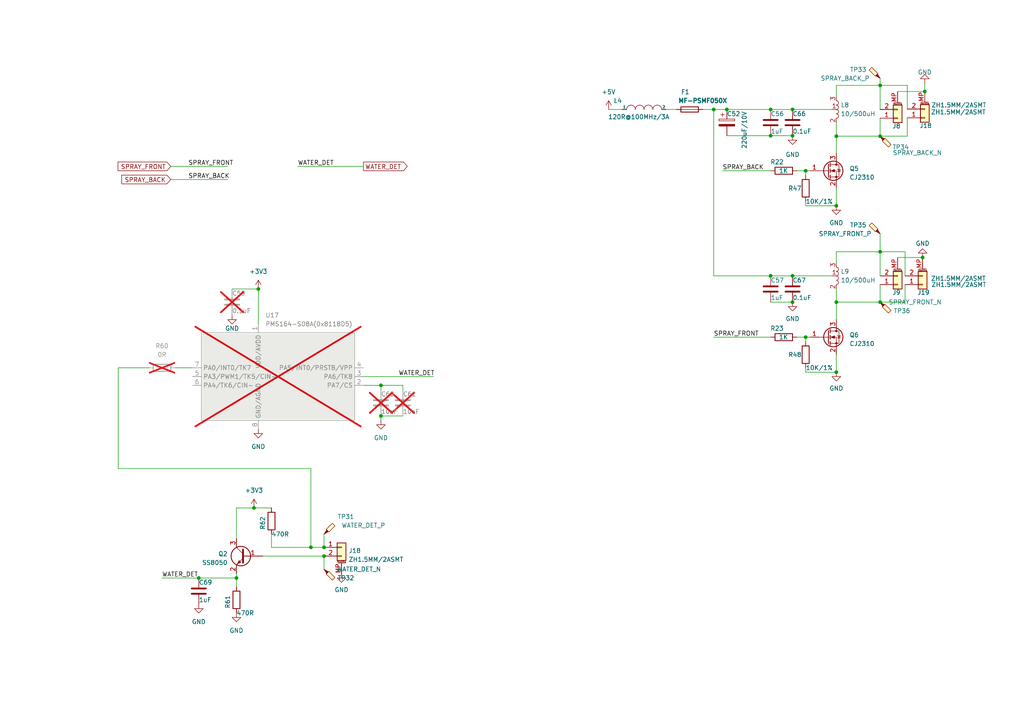
<source format=kicad_sch>
(kicad_sch (version 20230121) (generator eeschema)
  (paper "A4")
  (lib_symbols
    (symbol "Connector:TestPoint_Probe" (pin_numbers hide) (pin_names (offset 0.762) hide)
      (property "Reference" "TP" (at 1.651 5.842 0))
      (property "Value" "TestPoint_Probe" (at 1.651 4.064 0))
      (symbol "TestPoint_Probe_0_1"
        (polyline (pts (xy 1.27 0.762) (xy 0 0) (xy 0.762 1.27) (xy 1.27 0.762)) (fill (type outline)))
        (polyline (pts (xy 1.397 0.635) (xy 0.635 1.397) (xy 2.413 3.175) (xy 3.175 2.413) (xy 1.397 0.635)) (fill (type background)))
      )
      (symbol "TestPoint_Probe_1_1"
        (pin passive line (at 0 0 90) (length 0) (name "1") (number "1"))
      )
    )
    (symbol "Connector_Generic_MountingPin:Conn_01x02_MountingPin" (pin_names (offset 1.016) hide)
      (property "Reference" "J" (at 0 2.54 0))
      (property "Value" "Conn_01x02_MountingPin" (at 1.27 -5.08 0))
      (symbol "Conn_01x02_MountingPin_1_1"
        (rectangle (start -1.27 -2.413) (end 0 -2.667) (stroke (width 0.1524)))
        (rectangle (start -1.27 0.127) (end 0 -0.127) (stroke (width 0.1524)))
        (rectangle (start -1.27 1.27) (end 1.27 -3.81) (stroke (width 0.254)) (fill (type background)))
        (polyline (pts (xy -1.016 -4.572) (xy 1.016 -4.572)) (stroke (width 0.1524)))
        (text "Mounting" (at 0 -4.191 0) (effects (font (size 0.381 0.381))))
        (pin passive line (at -5.08 0 0) (length 3.81) (name "Pin_1") (number "1"))
        (pin passive line (at -5.08 -2.54 0) (length 3.81) (name "Pin_2") (number "2"))
        (pin passive line (at 0 -7.62 90) (length 3.048) (name "MountPin") (number "MP"))
      )
    )
    (symbol "Device:C" (pin_numbers hide) (pin_names (offset 0.254))
      (property "Reference" "C" (at 0.635 2.54 0))
      (property "Value" "C" (at 0.635 -2.54 0))
      (symbol "C_0_1"
        (polyline (pts (xy -2.032 -0.762) (xy 2.032 -0.762)) (stroke (width 0.508)))
        (polyline (pts (xy -2.032 0.762) (xy 2.032 0.762)) (stroke (width 0.508)))
      )
      (symbol "C_1_1"
        (pin passive line (at 0 3.81 270) (length 2.794) (name "~") (number "1"))
        (pin passive line (at 0 -3.81 90) (length 2.794) (name "~") (number "2"))
      )
    )
    (symbol "Device:C_Polarized" (pin_numbers hide) (pin_names (offset 0.254))
      (property "Reference" "C" (at 0.635 2.54 0))
      (property "Value" "C_Polarized" (at 0.635 -2.54 0))
      (symbol "C_Polarized_0_1"
        (rectangle (start -2.286 0.508) (end 2.286 1.016))
        (polyline (pts (xy -1.778 2.286) (xy -0.762 2.286)))
        (polyline (pts (xy -1.27 2.794) (xy -1.27 1.778)))
        (rectangle (start 2.286 -0.508) (end -2.286 -1.016) (fill (type outline)))
      )
      (symbol "C_Polarized_1_1"
        (pin passive line (at 0 3.81 270) (length 2.794) (name "~") (number "1"))
        (pin passive line (at 0 -3.81 90) (length 2.794) (name "~") (number "2"))
      )
    )
    (symbol "Device:Fuse" (pin_numbers hide) (pin_names (offset 0))
      (property "Reference" "F" (at 2.032 0 90))
      (property "Value" "Fuse" (at -1.905 0 90))
      (symbol "Fuse_0_1"
        (rectangle (start -0.762 -2.54) (end 0.762 2.54) (stroke (width 0.254)))
        (polyline (pts (xy 0 2.54) (xy 0 -2.54)))
      )
      (symbol "Fuse_1_1"
        (pin passive line (at 0 3.81 270) (length 1.27) (name "~") (number "1"))
        (pin passive line (at 0 -3.81 90) (length 1.27) (name "~") (number "2"))
      )
    )
    (symbol "Device:Q_NMOS_GSD" (pin_names (offset 0) hide)
      (property "Reference" "Q" (at 5.08 1.27 0))
      (property "Value" "Q_NMOS_GSD" (at 5.08 -1.27 0))
      (symbol "Q_NMOS_GSD_0_1"
        (polyline (pts (xy 0.254 0) (xy -2.54 0)))
        (polyline (pts (xy 0.254 1.905) (xy 0.254 -1.905)) (stroke (width 0.254)))
        (polyline (pts (xy 0.762 -1.27) (xy 0.762 -2.286)) (stroke (width 0.254)))
        (polyline (pts (xy 0.762 0.508) (xy 0.762 -0.508)) (stroke (width 0.254)))
        (polyline (pts (xy 0.762 2.286) (xy 0.762 1.27)) (stroke (width 0.254)))
        (polyline (pts (xy 2.54 2.54) (xy 2.54 1.778)))
        (polyline (pts (xy 2.54 -2.54) (xy 2.54 0) (xy 0.762 0)))
        (polyline (pts (xy 0.762 -1.778) (xy 3.302 -1.778) (xy 3.302 1.778) (xy 0.762 1.778)))
        (polyline (pts (xy 1.016 0) (xy 2.032 0.381) (xy 2.032 -0.381) (xy 1.016 0)) (fill (type outline)))
        (polyline (pts (xy 2.794 0.508) (xy 2.921 0.381) (xy 3.683 0.381) (xy 3.81 0.254)))
        (polyline (pts (xy 3.302 0.381) (xy 2.921 -0.254) (xy 3.683 -0.254) (xy 3.302 0.381)))
        (circle (center 1.651 0) (radius 2.794) (stroke (width 0.254)))
        (circle (center 2.54 -1.778) (radius 0.254) (fill (type outline)))
        (circle (center 2.54 1.778) (radius 0.254) (fill (type outline)))
      )
      (symbol "Q_NMOS_GSD_1_1"
        (pin input line (at -5.08 0 0) (length 2.54) (name "G") (number "1"))
        (pin passive line (at 2.54 -5.08 90) (length 2.54) (name "S") (number "2"))
        (pin passive line (at 2.54 5.08 270) (length 2.54) (name "D") (number "3"))
      )
    )
    (symbol "Device:Q_NPN_BEC" (pin_names (offset 0) hide)
      (property "Reference" "Q" (at 5.08 1.27 0))
      (property "Value" "Q_NPN_BEC" (at 5.08 -1.27 0))
      (symbol "Q_NPN_BEC_0_1"
        (polyline (pts (xy 0.635 0.635) (xy 2.54 2.54)))
        (polyline (pts (xy 0.635 -0.635) (xy 2.54 -2.54) (xy 2.54 -2.54)))
        (polyline (pts (xy 0.635 1.905) (xy 0.635 -1.905) (xy 0.635 -1.905)) (stroke (width 0.508)))
        (polyline (pts (xy 1.27 -1.778) (xy 1.778 -1.27) (xy 2.286 -2.286) (xy 1.27 -1.778) (xy 1.27 -1.778)) (fill (type outline)))
        (circle (center 1.27 0) (radius 2.8194) (stroke (width 0.254)))
      )
      (symbol "Q_NPN_BEC_1_1"
        (pin input line (at -5.08 0 0) (length 5.715) (name "B") (number "1"))
        (pin passive line (at 2.54 -5.08 90) (length 2.54) (name "E") (number "2"))
        (pin passive line (at 2.54 5.08 270) (length 2.54) (name "C") (number "3"))
      )
    )
    (symbol "Device:R" (pin_numbers hide) (pin_names (offset 0))
      (property "Reference" "R" (at 2.032 0 90))
      (property "Value" "R" (at 0 0 90))
      (symbol "R_0_1"
        (rectangle (start -1.016 -2.54) (end 1.016 2.54) (stroke (width 0.254)))
      )
      (symbol "R_1_1"
        (pin passive line (at 0 3.81 270) (length 1.27) (name "~") (number "1"))
        (pin passive line (at 0 -3.81 90) (length 1.27) (name "~") (number "2"))
      )
    )
    (symbol "Ovo_Device:L_Coupled_1213" (pin_names hide)
      (property "Reference" "L" (at 2.54 2.54 0))
      (property "Value" "L_Coupled_1213" (at 10.16 0 0))
      (symbol "L_Coupled_1213_0_1"
        (arc (start 0 -2.54) (mid 0.6323 -1.905) (end 0 -1.27))
        (arc (start 0 -1.27) (mid 0.6323 -0.635) (end 0 0))
        (arc (start 0 0) (mid 0.6323 0.635) (end 0 1.27))
        (arc (start 0 1.27) (mid 0.6323 1.905) (end 0 2.54))
      )
      (symbol "L_Coupled_1213_1_1"
        (pin passive line (at -1.27 0 0) (length 1.27) (name "1") (number "1"))
        (pin passive line (at 0 -3.81 90) (length 1.27) (name "2") (number "2"))
        (pin passive line (at 0 3.81 270) (length 1.27) (name "3") (number "3"))
      )
    )
    (symbol "Ovo_MCU_Padauk:PMS161-S08A"
      (property "Reference" "U1" (at 2.0194 17.78 0))
      (property "Value" "PMS164-S08A" (at 2.0194 15.24 0))
      (symbol "PMS161-S08A_0_1"
        (rectangle (start -16.51 12.7) (end 27.94 -12.7) (fill (type background)))
      )
      (symbol "PMS161-S08A_1_1"
        (pin power_in line (at 0 15.24 270) (length 2.54) (name "VDD/AVDD") (number "1"))
        (pin bidirectional line (at 30.48 -2.54 180) (length 2.54) (name "PA7/CS") (number "2"))
        (pin bidirectional line (at 30.48 0 180) (length 2.54) (name "PA6/TK8") (number "3"))
        (pin bidirectional line (at 30.48 2.54 180) (length 2.54) (name "PA5/INT0/PRSTB/VPP") (number "4"))
        (pin bidirectional line (at -19.05 0 0) (length 2.54) (name "PA3/PWM1/TK5/CIN-") (number "5"))
        (pin bidirectional line (at -19.05 -2.54 0) (length 2.54) (name "PA4/TK6/CIN-") (number "6"))
        (pin bidirectional line (at -19.05 2.54 0) (length 2.54) (name "PA0/INT0/TK7") (number "7"))
        (pin power_in line (at 0 -15.24 90) (length 2.54) (name "GND/AGND") (number "8"))
      )
    )
    (symbol "power:+3V3" (power) (pin_names (offset 0))
      (property "Value" "+3V3" (at 0 3.556 0))
      (symbol "+3V3_0_1"
        (polyline (pts (xy -0.762 1.27) (xy 0 2.54)))
        (polyline (pts (xy 0 0) (xy 0 2.54)))
        (polyline (pts (xy 0 2.54) (xy 0.762 1.27)))
      )
      (symbol "+3V3_1_1"
        (pin power_in line (at 0 0 90) (length 0) hide (name "+3V3") (number "1"))
      )
    )
    (symbol "power:+5V" (power) (pin_names (offset 0))
      (property "Value" "+5V" (at 0 3.556 0))
      (symbol "+5V_0_1"
        (polyline (pts (xy -0.762 1.27) (xy 0 2.54)))
        (polyline (pts (xy 0 0) (xy 0 2.54)))
        (polyline (pts (xy 0 2.54) (xy 0.762 1.27)))
      )
      (symbol "+5V_1_1"
        (pin power_in line (at 0 0 90) (length 0) hide (name "+5V") (number "1"))
      )
    )
    (symbol "power:GND" (power) (pin_names (offset 0))
      (property "Value" "GND" (at 0 -3.81 0))
      (symbol "GND_0_1"
        (polyline (pts (xy 0 0) (xy 0 -1.27) (xy 1.27 -1.27) (xy 0 -2.54) (xy -1.27 -1.27) (xy 0 -1.27)))
      )
      (symbol "GND_1_1"
        (pin power_in line (at 0 0 270) (length 0) hide (name "GND") (number "1"))
      )
    )
    (symbol "pspice:INDUCTOR" (pin_numbers hide) (pin_names (offset 0))
      (property "Reference" "L" (at 0 2.54 0))
      (property "Value" "INDUCTOR" (at 0 -1.27 0))
      (symbol "INDUCTOR_0_1"
        (arc (start -2.54 0) (mid -3.81 1.2645) (end -5.08 0))
        (arc (start 0 0) (mid -1.27 1.2645) (end -2.54 0))
        (arc (start 2.54 0) (mid 1.27 1.2645) (end 0 0))
        (arc (start 5.08 0) (mid 3.81 1.2645) (end 2.54 0))
      )
      (symbol "INDUCTOR_1_1"
        (pin input line (at -6.35 0 0) (length 1.27) (name "1") (number "1"))
        (pin input line (at 6.35 0 180) (length 1.27) (name "2") (number "2"))
      )
    )
  )
  (junction (at 93.98 161.29))
  (junction (at 242.57 87.63))
  (junction (at 229.87 31.75))
  (junction (at 110.49 120.65))
  (junction (at 255.27 24.765))
  (junction (at 223.52 39.37))
  (junction (at 90.17 158.75))
  (junction (at 255.27 39.497))
  (junction (at 242.57 107.95))
  (junction (at 74.93 83.82))
  (junction (at 229.87 39.37))
  (junction (at 110.49 111.76))
  (junction (at 268.224 26.543))
  (junction (at 68.58 167.64))
  (junction (at 233.68 49.53))
  (junction (at 73.66 147.32))
  (junction (at 207.01 31.75))
  (junction (at 93.98 158.75))
  (junction (at 229.87 87.63))
  (junction (at 233.68 97.79))
  (junction (at 242.57 39.497))
  (junction (at 223.52 31.75))
  (junction (at 57.658 167.64))
  (junction (at 229.87 80.01))
  (junction (at 255.27 73.025))
  (junction (at 255.27 87.63))
  (junction (at 242.57 59.69))
  (junction (at 223.52 80.01))
  (junction (at 210.82 31.75))
  (junction (at 267.589 74.676))
  (wire (pts (xy 68.58 147.32) (xy 73.66 147.32)))
  (wire (pts (xy 210.82 31.75) (xy 223.52 31.75)))
  (wire (pts (xy 255.27 73.025) (xy 262.509 73.025)))
  (wire (pts (xy 116.84 113.03) (xy 116.84 111.76)))
  (wire (pts (xy 242.57 35.56) (xy 242.57 39.497)))
  (wire (pts (xy 68.58 156.21) (xy 68.58 147.32)))
  (wire (pts (xy 34.29 135.89) (xy 90.17 135.89)))
  (wire (pts (xy 78.74 154.94) (xy 78.74 158.75)))
  (wire (pts (xy 110.49 113.03) (xy 110.49 111.76)))
  (wire (pts (xy 203.835 31.75) (xy 207.01 31.75)))
  (wire (pts (xy 231.14 97.79) (xy 233.68 97.79)))
  (wire (pts (xy 233.68 49.53) (xy 233.68 50.8)))
  (wire (pts (xy 260.35 26.543) (xy 268.224 26.543)))
  (wire (pts (xy 67.31 83.82) (xy 74.93 83.82)))
  (wire (pts (xy 242.57 39.497) (xy 242.57 44.45)))
  (wire (pts (xy 233.68 97.79) (xy 234.95 97.79)))
  (wire (pts (xy 260.35 74.676) (xy 267.589 74.676)))
  (wire (pts (xy 223.52 87.63) (xy 229.87 87.63)))
  (wire (pts (xy 176.53 31.75) (xy 180.467 31.75)))
  (wire (pts (xy 210.82 39.37) (xy 223.52 39.37)))
  (wire (pts (xy 231.14 49.53) (xy 233.68 49.53)))
  (wire (pts (xy 110.49 120.65) (xy 116.84 120.65)))
  (wire (pts (xy 34.29 106.68) (xy 34.29 135.89)))
  (wire (pts (xy 49.53 48.26) (xy 66.04 48.26)))
  (wire (pts (xy 78.74 158.75) (xy 90.17 158.75)))
  (wire (pts (xy 223.52 31.75) (xy 229.87 31.75)))
  (wire (pts (xy 76.2 161.29) (xy 93.98 161.29)))
  (wire (pts (xy 260.35 74.93) (xy 260.35 74.676)))
  (wire (pts (xy 90.17 135.89) (xy 90.17 158.75)))
  (wire (pts (xy 233.68 107.95) (xy 233.68 106.68)))
  (wire (pts (xy 255.27 67.818) (xy 255.27 73.025)))
  (wire (pts (xy 233.68 59.69) (xy 233.68 58.42)))
  (wire (pts (xy 267.589 74.676) (xy 267.589 74.93)))
  (wire (pts (xy 93.98 154.94) (xy 93.98 158.75)))
  (wire (pts (xy 262.509 87.63) (xy 262.509 82.55)))
  (wire (pts (xy 209.55 49.53) (xy 223.52 49.53)))
  (wire (pts (xy 223.52 80.01) (xy 229.87 80.01)))
  (wire (pts (xy 255.27 39.497) (xy 263.144 39.497)))
  (wire (pts (xy 223.52 39.37) (xy 229.87 39.37)))
  (wire (pts (xy 262.509 73.025) (xy 262.509 80.01)))
  (wire (pts (xy 110.49 121.92) (xy 110.49 120.65)))
  (wire (pts (xy 34.29 106.68) (xy 43.18 106.68)))
  (wire (pts (xy 73.66 147.32) (xy 78.74 147.32)))
  (wire (pts (xy 268.224 24.13) (xy 268.224 26.543)))
  (wire (pts (xy 255.27 87.63) (xy 262.509 87.63)))
  (wire (pts (xy 207.01 80.01) (xy 223.52 80.01)))
  (wire (pts (xy 207.01 31.75) (xy 210.82 31.75)))
  (wire (pts (xy 86.36 48.26) (xy 105.41 48.26)))
  (wire (pts (xy 242.57 107.95) (xy 233.68 107.95)))
  (wire (pts (xy 263.144 34.163) (xy 263.144 39.497)))
  (wire (pts (xy 74.93 83.82) (xy 74.93 93.98)))
  (wire (pts (xy 242.57 59.69) (xy 233.68 59.69)))
  (wire (pts (xy 50.8 106.68) (xy 55.88 106.68)))
  (wire (pts (xy 242.57 73.025) (xy 255.27 73.025)))
  (wire (pts (xy 255.27 24.765) (xy 263.144 24.765)))
  (wire (pts (xy 255.27 87.63) (xy 242.57 87.63)))
  (wire (pts (xy 207.01 31.75) (xy 207.01 80.01)))
  (wire (pts (xy 242.57 107.95) (xy 242.57 102.87)))
  (wire (pts (xy 255.27 82.55) (xy 255.27 87.63)))
  (wire (pts (xy 46.99 167.64) (xy 57.658 167.64)))
  (wire (pts (xy 255.27 34.29) (xy 255.27 39.497)))
  (wire (pts (xy 116.84 111.76) (xy 110.49 111.76)))
  (wire (pts (xy 49.53 52.07) (xy 66.04 52.07)))
  (wire (pts (xy 242.57 24.765) (xy 242.57 27.94)))
  (wire (pts (xy 193.167 31.75) (xy 196.215 31.75)))
  (wire (pts (xy 260.35 26.543) (xy 260.35 26.67)))
  (wire (pts (xy 263.144 24.765) (xy 263.144 31.623)))
  (wire (pts (xy 255.27 24.765) (xy 255.27 31.75)))
  (wire (pts (xy 57.658 167.64) (xy 68.58 167.64)))
  (wire (pts (xy 90.17 158.75) (xy 93.98 158.75)))
  (wire (pts (xy 229.87 31.75) (xy 241.3 31.75)))
  (wire (pts (xy 242.57 87.63) (xy 242.57 92.71)))
  (wire (pts (xy 255.27 73.025) (xy 255.27 80.01)))
  (wire (pts (xy 255.27 39.497) (xy 242.57 39.497)))
  (wire (pts (xy 110.49 111.76) (xy 105.41 111.76)))
  (wire (pts (xy 229.87 80.01) (xy 241.3 80.01)))
  (wire (pts (xy 68.58 166.37) (xy 68.58 167.64)))
  (wire (pts (xy 242.57 24.765) (xy 255.27 24.765)))
  (wire (pts (xy 207.01 97.79) (xy 223.52 97.79)))
  (wire (pts (xy 242.57 73.025) (xy 242.57 76.2)))
  (wire (pts (xy 233.68 97.79) (xy 233.68 99.06)))
  (wire (pts (xy 105.41 109.22) (xy 125.73 109.22)))
  (wire (pts (xy 255.27 22.733) (xy 255.27 24.765)))
  (wire (pts (xy 93.98 161.29) (xy 93.98 165.1)))
  (wire (pts (xy 242.57 83.82) (xy 242.57 87.63)))
  (wire (pts (xy 68.58 167.64) (xy 68.58 170.18)))
  (wire (pts (xy 233.68 49.53) (xy 234.95 49.53)))
  (wire (pts (xy 242.57 59.69) (xy 242.57 54.61)))
  (label "SPRAY_FRONT" (at 54.61 48.26 0))
  (label "SPRAY_BACK" (at 54.61 52.07 0))
  (label "SPRAY_FRONT" (at 207.01 97.79 0))
  (label "SPRAY_BACK" (at 209.55 49.53 0))
  (label "WATER_DET" (at 86.36 48.26 0))
  (label "WATER_DET" (at 46.99 167.64 0))
  (label "WATER_DET" (at 115.57 109.22 0))
  (global_label "SPRAY_BACK" (shape input) (at 49.53 52.07 180) (property "Intersheetrefs" "${INTERSHEET_REFS}" (effects hide)))
  (global_label "WATER_DET" (shape output) (at 105.41 48.26 0) (property "Intersheetrefs" "${INTERSHEET_REFS}" (effects hide)))
  (global_label "SPRAY_FRONT" (shape input) (at 49.53 48.26 180) (property "Intersheetrefs" "${INTERSHEET_REFS}" (effects hide)))
  (symbol (lib_id "power:GND") (at 267.589 74.676 180) (unit 1)
    (property "Reference" "#PWR024" (effects hide))
    (property "Value" "GND" (at 267.589 70.612 0))
  )
  (symbol (lib_id "Device:Fuse") (at 200.025 31.75 90) (unit 1)
    (property "Reference" "F1" (at 198.755 26.67 90))
    (property "Value" "MF-PSMF050X" (at 203.835 29.21 90) (effects (font bold)))
    (property "Footprint" "Fuse:Fuse_0805_2012Metric" (effects hide))
  )
  (symbol (lib_id "Connector_Generic_MountingPin:Conn_01x02_MountingPin") (at 268.224 34.163 0) (mirror x) (unit 1)
    (property "Reference" "J18" (at 266.7 36.449 0) (effects (justify left)))
    (property "Value" "ZH1.5MM/2ASMT" (at 270.129 30.48 0) (effects (justify left)))
    (property "Footprint" "Ovo_Connector_JST:JST_ZH_B2B-ZR-SM4-TF_1x02-1MP_P1.50mm_Vertical" (effects hide))
  )
  (symbol (lib_id "power:GND") (at 268.224 24.13 180) (unit 1)
    (property "Reference" "#PWR023" (effects hide))
    (property "Value" "GND" (at 268.224 20.955 0))
  )
  (symbol (lib_id "power:GND") (at 110.49 121.92 0) (unit 1)
    (property "Reference" "#PWR0195" (effects hide))
    (property "Value" "GND" (at 110.49 127 0))
  )
  (symbol (lib_id "Device:R") (at 68.58 173.99 0) (unit 1)
    (property "Reference" "R61" (at 66.04 176.53 90) (effects (justify left)))
    (property "Value" "470R" (at 68.58 177.8 0) (effects (justify left)))
    (property "Footprint" "Resistor_SMD:R_0603_1608Metric" (effects hide))
  )
  (symbol (lib_id "Device:C") (at 57.658 171.45 0) (unit 1)
    (property "Reference" "C69" (at 57.658 168.91 0) (effects (justify left)))
    (property "Value" "1uF" (at 57.658 173.99 0) (effects (justify left)))
    (property "Footprint" "Capacitor_SMD:C_0603_1608Metric" (effects hide))
  )
  (symbol (lib_id "Connector_Generic_MountingPin:Conn_01x02_MountingPin") (at 267.589 82.55 0) (mirror x) (unit 1)
    (property "Reference" "J19" (at 266.065 84.836 0) (effects (justify left)))
    (property "Value" "ZH1.5MM/2ASMT" (at 270.129 82.55 0) (effects (justify left)))
    (property "Footprint" "Ovo_Connector_JST:JST_ZH_B2B-ZR-SM4-TF_1x02-1MP_P1.50mm_Vertical" (effects hide))
  )
  (symbol (lib_id "power:+5V") (at 176.53 31.75 0) (unit 1)
    (property "Reference" "#PWR0187" (effects hide))
    (property "Value" "+5V" (at 176.53 26.67 0))
  )
  (symbol (lib_id "power:+3V3") (at 74.93 83.82 0) (unit 1)
    (property "Reference" "#PWR0202" (effects hide))
    (property "Value" "+3V3" (at 74.93 78.74 0))
  )
  (symbol (lib_id "Device:C") (at 116.84 116.84 0) (unit 1) (in_bom no) (on_board no) (dnp yes)
    (property "Reference" "C61" (at 116.84 114.3 0) (effects (justify left)))
    (property "Value" "10nF" (at 116.84 119.38 0) (effects (justify left)))
    (property "Footprint" "Capacitor_SMD:C_0603_1608Metric" (effects hide))
  )
  (symbol (lib_id "power:GND") (at 74.93 124.46 0) (unit 1)
    (property "Reference" "#PWR0196" (effects hide))
    (property "Value" "GND" (at 74.93 129.54 0))
  )
  (symbol (lib_id "Device:C") (at 110.49 116.84 0) (unit 1) (in_bom no) (on_board no) (dnp yes)
    (property "Reference" "C60" (at 110.49 114.3 0) (effects (justify left)))
    (property "Value" "10nF" (at 110.49 119.38 0) (effects (justify left)))
    (property "Footprint" "Capacitor_SMD:C_0603_1608Metric" (effects hide))
  )
  (symbol (lib_id "power:GND") (at 242.57 107.95 0) (unit 1)
    (property "Reference" "#PWR032" (effects hide))
    (property "Value" "GND" (at 242.57 112.649 0))
  )
  (symbol (lib_id "power:GND") (at 229.87 39.37 0) (unit 1)
    (property "Reference" "#PWR034" (effects hide))
    (property "Value" "GND" (at 229.87 44.831 0))
  )
  (symbol (lib_id "Device:Q_NMOS_GSD") (at 240.03 97.79 0) (unit 1)
    (property "Reference" "Q6" (at 246.38 97.155 0) (effects (justify left)))
    (property "Value" "CJ2310" (at 246.38 99.695 0) (effects (justify left)))
    (property "Footprint" "Package_TO_SOT_SMD:SOT-23" (effects hide))
  )
  (symbol (lib_id "Device:R") (at 233.68 54.61 0) (unit 1)
    (property "Reference" "R47" (at 228.6 54.61 0) (effects (justify left)))
    (property "Value" "10K/1%" (at 233.68 58.42 0) (effects (justify left)))
    (property "Footprint" "Resistor_SMD:R_0603_1608Metric" (effects hide))
  )
  (symbol (lib_id "Device:C_Polarized") (at 210.82 35.56 0) (unit 1)
    (property "Reference" "C52" (at 210.82 33.02 0) (effects (justify left)))
    (property "Value" "220uF/10V" (at 215.9 43.18 90) (effects (justify left)))
    (property "Footprint" "Capacitor_SMD:CP_Elec_6.3x5.4" (effects hide))
  )
  (symbol (lib_id "Connector:TestPoint_Probe") (at 255.27 22.733 90) (unit 1)
    (property "Reference" "TP33" (at 248.92 20.193 90))
    (property "Value" "SPRAY_BACK_P" (at 245.11 22.733 90))
    (property "Footprint" "TestPoint:TestPoint_Pad_D1.5mm" (effects hide))
  )
  (symbol (lib_id "pspice:INDUCTOR") (at 186.817 31.75 0) (unit 1)
    (property "Reference" "L4" (at 179.197 29.21 0))
    (property "Value" "120R@100MHz/3A" (at 185.293 33.909 0))
    (property "Footprint" "Inductor_SMD:L_1206_3216Metric" (effects hide))
    (instances (project "cleanrobot-square-main" (path "" (reference "L4") (unit 1)) (path "" (reference "L10") (unit 1))))
  )
  (symbol (lib_id "Connector:TestPoint_Probe") (at 255.27 67.818 90) (unit 1)
    (property "Reference" "TP35" (at 248.92 65.278 90))
    (property "Value" "SPRAY_FRONT_P" (at 245.11 67.818 90))
    (property "Footprint" "TestPoint:TestPoint_Pad_D1.5mm" (effects hide))
  )
  (symbol (lib_id "Ovo_Device:L_Coupled_1213") (at 242.57 80.01 0) (unit 1)
    (property "Reference" "L9" (at 243.84 78.7399 0) (effects (justify left)))
    (property "Value" "10/500uH" (at 243.84 81.2799 0) (effects (justify left)))
    (property "Footprint" "Ovo_Inductor_Boost:L_WLJ_CD0805" (effects hide))
  )
  (symbol (lib_id "Device:C") (at 223.52 83.82 0) (unit 1)
    (property "Reference" "C57" (at 223.52 81.28 0) (effects (justify left)))
    (property "Value" "1uF" (at 223.52 86.36 0) (effects (justify left)))
    (property "Footprint" "Capacitor_SMD:C_0603_1608Metric" (effects hide))
  )
  (symbol (lib_id "Device:R") (at 227.33 97.79 90) (unit 1)
    (property "Reference" "R23" (at 227.33 95.25 90) (effects (justify left)))
    (property "Value" "1K" (at 228.6 97.79 90) (effects (justify left)))
    (property "Footprint" "Resistor_SMD:R_0603_1608Metric" (effects hide))
  )
  (symbol (lib_id "power:GND") (at 68.58 177.8 0) (unit 1)
    (property "Reference" "#PWR0193" (effects hide))
    (property "Value" "GND" (at 68.58 182.88 0))
  )
  (symbol (lib_id "Connector_Generic_MountingPin:Conn_01x02_MountingPin") (at 260.35 34.29 0) (mirror x) (unit 1)
    (property "Reference" "J8" (at 258.826 36.576 0) (effects (justify left)))
    (property "Value" "ZH1.5MM/2ASMT" (at 270.002 32.512 0) (effects (justify left)))
    (property "Footprint" "Ovo_Connector_JST:JST_ZH_B2B-ZR-SM4-TF_1x02-1MP_P1.50mm_Vertical" (effects hide))
  )
  (symbol (lib_id "Device:C") (at 229.87 83.82 0) (unit 1)
    (property "Reference" "C67" (at 229.87 81.28 0) (effects (justify left)))
    (property "Value" "0.1uF" (at 229.87 86.36 0) (effects (justify left)))
    (property "Footprint" "Capacitor_SMD:C_0603_1608Metric" (effects hide))
  )
  (symbol (lib_id "Device:Q_NMOS_GSD") (at 240.03 49.53 0) (unit 1)
    (property "Reference" "Q5" (at 246.38 48.895 0) (effects (justify left)))
    (property "Value" "CJ2310" (at 246.38 51.435 0) (effects (justify left)))
    (property "Footprint" "Package_TO_SOT_SMD:SOT-23" (effects hide))
  )
  (symbol (lib_id "power:GND") (at 57.658 175.26 0) (unit 1)
    (property "Reference" "#PWR040" (effects hide))
    (property "Value" "GND" (at 57.658 180.34 0))
  )
  (symbol (lib_id "power:+3V3") (at 73.66 147.32 0) (unit 1)
    (property "Reference" "#PWR0194" (effects hide))
    (property "Value" "+3V3" (at 73.66 142.24 0))
  )
  (symbol (lib_id "Connector_Generic_MountingPin:Conn_01x02_MountingPin") (at 260.35 82.55 0) (mirror x) (unit 1)
    (property "Reference" "J9" (at 258.826 84.836 0) (effects (justify left)))
    (property "Value" "ZH1.5MM/2ASMT" (at 270.002 80.772 0) (effects (justify left)))
    (property "Footprint" "Ovo_Connector_JST:JST_ZH_B2B-ZR-SM4-TF_1x02-1MP_P1.50mm_Vertical" (effects hide))
  )
  (symbol (lib_id "power:GND") (at 242.57 59.69 0) (unit 1)
    (property "Reference" "#PWR031" (effects hide))
    (property "Value" "GND" (at 242.57 64.643 0))
  )
  (symbol (lib_id "power:GND") (at 99.06 166.37 0) (unit 1)
    (property "Reference" "#PWR019" (effects hide))
    (property "Value" "GND" (at 99.06 171.069 0))
    (instances (project "cleanrobot-square-main" (path "" (reference "#PWR019") (unit 1)) (path "" (reference "#PWR021") (unit 1))))
  )
  (symbol (lib_id "Device:R") (at 227.33 49.53 90) (unit 1)
    (property "Reference" "R22" (at 227.33 46.99 90) (effects (justify left)))
    (property "Value" "1K" (at 228.6 49.53 90) (effects (justify left)))
    (property "Footprint" "Resistor_SMD:R_0603_1608Metric" (effects hide))
  )
  (symbol (lib_id "power:GND") (at 67.31 91.44 0) (unit 1)
    (property "Reference" "#PWR0197" (effects hide))
    (property "Value" "GND" (at 67.31 95.25 0))
  )
  (symbol (lib_id "Connector_Generic_MountingPin:Conn_01x02_MountingPin") (at 99.06 158.75 0) (unit 1)
    (property "Reference" "J18" (at 101.092 159.7406 0) (effects (justify left)))
    (property "Value" "ZH1.5MM/2ASMT" (at 101.092 162.2806 0) (effects (justify left)))
    (property "Footprint" "Ovo_Connector_JST:JST_ZH_B2B-ZR-SM4-TF_1x02-1MP_P1.50mm_Vertical" (effects hide))
    (instances (project "cleanrobot-square-main" (path "" (reference "J18") (unit 1)) (path "" (reference "J13") (unit 1)) (path "" (reference "J15") (unit 1))))
  )
  (symbol (lib_id "Connector:TestPoint_Probe") (at 93.98 165.1 270) (unit 1)
    (property "Reference" "TP32" (at 100.33 167.64 90))
    (property "Value" "WATER_DET_N" (at 104.14 165.1 90))
    (property "Footprint" "TestPoint:TestPoint_Pad_D1.5mm" (effects hide))
  )
  (symbol (lib_id "power:GND") (at 229.87 87.63 0) (unit 1)
    (property "Reference" "#PWR033" (effects hide))
    (property "Value" "GND" (at 229.87 92.456 0))
  )
  (symbol (lib_id "Device:C") (at 229.87 35.56 0) (unit 1)
    (property "Reference" "C66" (at 229.87 33.02 0) (effects (justify left)))
    (property "Value" "0.1uF" (at 229.87 38.1 0) (effects (justify left)))
    (property "Footprint" "Capacitor_SMD:C_0603_1608Metric" (effects hide))
  )
  (symbol (lib_id "Device:C") (at 223.52 35.56 0) (unit 1)
    (property "Reference" "C56" (at 223.52 33.02 0) (effects (justify left)))
    (property "Value" "1uF" (at 223.52 38.1 0) (effects (justify left)))
    (property "Footprint" "Capacitor_SMD:C_0603_1608Metric" (effects hide))
  )
  (symbol (lib_id "Ovo_Device:L_Coupled_1213") (at 242.57 31.75 0) (unit 1)
    (property "Reference" "L8" (at 243.84 30.4799 0) (effects (justify left)))
    (property "Value" "10/500uH" (at 243.84 33.0199 0) (effects (justify left)))
    (property "Footprint" "Ovo_Inductor_Boost:L_WLJ_CD0805" (effects hide))
  )
  (symbol (lib_id "Device:R") (at 78.74 151.13 0) (unit 1)
    (property "Reference" "R62" (at 76.2 153.67 90) (effects (justify left)))
    (property "Value" "470R" (at 78.74 154.94 0) (effects (justify left)))
    (property "Footprint" "Resistor_SMD:R_0603_1608Metric" (effects hide))
  )
  (symbol (lib_id "Device:R") (at 46.99 106.68 90) (unit 1) (in_bom no) (on_board no) (dnp yes)
    (property "Reference" "R60" (at 46.99 100.33 90))
    (property "Value" "0R" (at 46.99 102.87 90))
    (property "Footprint" "Resistor_SMD:R_0603_1608Metric" (effects hide))
  )
  (symbol (lib_id "Device:C") (at 67.31 87.63 0) (unit 1) (in_bom no) (on_board no) (dnp yes)
    (property "Reference" "C59" (at 67.31 85.09 0) (effects (justify left)))
    (property "Value" "0.1uF" (at 67.31 90.17 0) (effects (justify left)))
    (property "Footprint" "Capacitor_SMD:C_0603_1608Metric" (effects hide))
  )
  (symbol (lib_id "Connector:TestPoint_Probe") (at 93.98 154.94 0) (unit 1)
    (property "Reference" "TP31" (at 100.33 149.86 0))
    (property "Value" "WATER_DET_P" (at 105.41 152.4 0))
    (property "Footprint" "TestPoint:TestPoint_Pad_D1.5mm" (effects hide))
  )
  (symbol (lib_id "Connector:TestPoint_Probe") (at 255.27 87.63 270) (unit 1)
    (property "Reference" "TP36" (at 261.62 90.17 90))
    (property "Value" "SPRAY_FRONT_N" (at 265.43 87.63 90))
    (property "Footprint" "TestPoint:TestPoint_Pad_D1.5mm" (effects hide))
  )
  (symbol (lib_id "Connector:TestPoint_Probe") (at 255.27 39.497 270) (unit 1)
    (property "Reference" "TP34" (at 261.239 42.672 90))
    (property "Value" "SPRAY_BACK_N" (at 266.065 44.323 90))
    (property "Footprint" "TestPoint:TestPoint_Pad_D1.5mm" (effects hide))
  )
  (symbol (lib_id "Ovo_MCU_Padauk:PMS161-S08A") (at 74.93 109.22 0) (unit 1) (in_bom no) (on_board no) (dnp yes)
    (property "Reference" "U17" (at 76.9494 91.44 0) (effects (justify left)))
    (property "Value" "PMS164-S08A(0x8118D5)" (at 76.9494 93.98 0) (effects (justify left)))
    (property "Footprint" "Package_SO:SOIC-8_3.9x4.9mm_P1.27mm" (effects hide))
  )
  (symbol (lib_id "Device:R") (at 233.68 102.87 0) (unit 1)
    (property "Reference" "R48" (at 228.6 102.87 0) (effects (justify left)))
    (property "Value" "10K/1%" (at 233.68 106.68 0) (effects (justify left)))
    (property "Footprint" "Resistor_SMD:R_0603_1608Metric" (effects hide))
  )
  (symbol (lib_id "Device:Q_NPN_BEC") (at 71.12 161.29 0) (mirror y) (unit 1)
    (property "Reference" "Q2" (at 66.04 160.655 0) (effects (justify left)))
    (property "Value" "SS8050" (at 66.04 163.195 0) (effects (justify left)))
    (property "Footprint" "Package_TO_SOT_SMD:SOT-23" (effects hide))
  )
)
</source>
